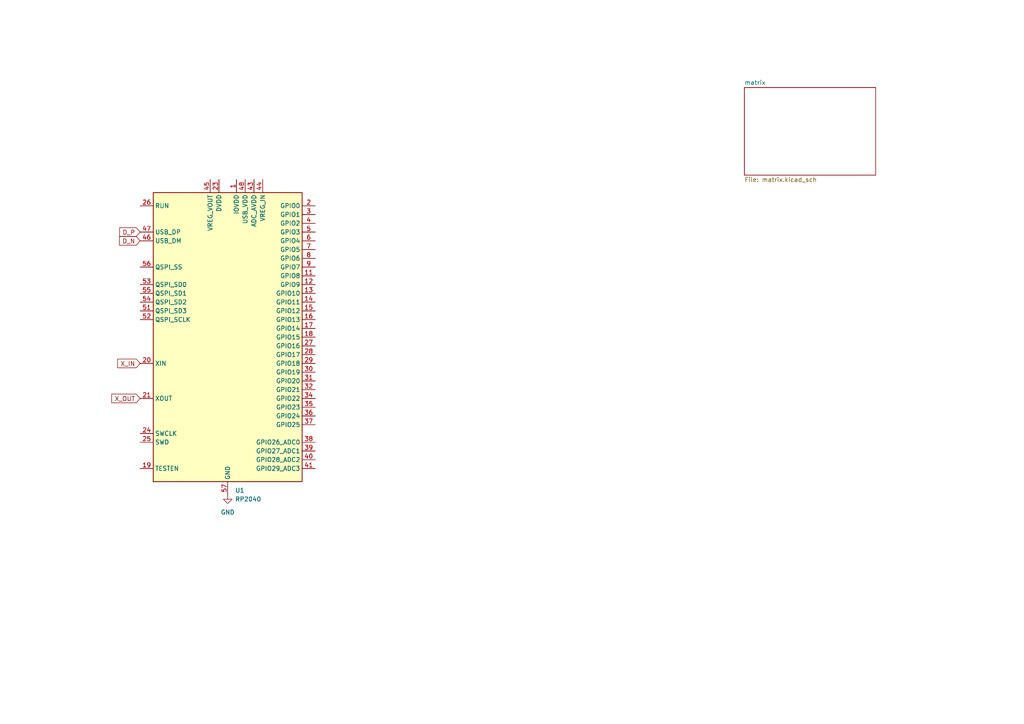
<source format=kicad_sch>
(kicad_sch (version 20250114) (generator "eeschema") (generator_version "9.0")
  (paper "A4")
  (lib_symbols
    (symbol "MCU_RaspberryPi:RP2040"
      (property "Reference" "U" (at 17.78 45.72 0))
      (property "Value" "RP2040" (at 17.78 43.18 0))
      (symbol "RP2040_0_1"
        (rectangle (start -21.59 41.91) (end 21.59 -41.91) (stroke (width 0.254)) (fill (type background)))
      )
      (symbol "RP2040_1_1"
        (pin input line (at -25.4 38.1 0) (length 3.81) (name "RUN") (number "26"))
        (pin bidirectional line (at -25.4 30.48 0) (length 3.81) (name "USB_DP") (number "47"))
        (pin bidirectional line (at -25.4 27.94 0) (length 3.81) (name "USB_DM") (number "46"))
        (pin bidirectional line (at -25.4 20.32 0) (length 3.81) (name "QSPI_SS") (number "56"))
        (pin bidirectional line (at -25.4 15.24 0) (length 3.81) (name "QSPI_SD0") (number "53"))
        (pin bidirectional line (at -25.4 12.7 0) (length 3.81) (name "QSPI_SD1") (number "55"))
        (pin bidirectional line (at -25.4 10.16 0) (length 3.81) (name "QSPI_SD2") (number "54"))
        (pin bidirectional line (at -25.4 7.62 0) (length 3.81) (name "QSPI_SD3") (number "51"))
        (pin output line (at -25.4 5.08 0) (length 3.81) (name "QSPI_SCLK") (number "52"))
        (pin input line (at -25.4 -7.62 0) (length 3.81) (name "XIN") (number "20"))
        (pin passive line (at -25.4 -17.78 0) (length 3.81) (name "XOUT") (number "21"))
        (pin input line (at -25.4 -27.94 0) (length 3.81) (name "SWCLK") (number "24"))
        (pin bidirectional line (at -25.4 -30.48 0) (length 3.81) (name "SWD") (number "25"))
        (pin input line (at -25.4 -38.1 0) (length 3.81) (name "TESTEN") (number "19"))
        (pin power_out line (at -5.08 45.72 270) (length 3.81) (name "VREG_VOUT") (number "45"))
        (pin power_in line (at -2.54 45.72 270) (length 3.81) (name "DVDD") (number "23"))
        (pin passive line (at -2.54 45.72 270) (length 3.81) (hide yes) (name "DVDD") (number "50"))
        (pin power_in line (at 0 -45.72 90) (length 3.81) (name "GND") (number "57"))
        (pin power_in line (at 2.54 45.72 270) (length 3.81) (name "IOVDD") (number "1"))
        (pin passive line (at 2.54 45.72 270) (length 3.81) (hide yes) (name "IOVDD") (number "10"))
        (pin passive line (at 2.54 45.72 270) (length 3.81) (hide yes) (name "IOVDD") (number "22"))
        (pin passive line (at 2.54 45.72 270) (length 3.81) (hide yes) (name "IOVDD") (number "33"))
        (pin passive line (at 2.54 45.72 270) (length 3.81) (hide yes) (name "IOVDD") (number "42"))
        (pin passive line (at 2.54 45.72 270) (length 3.81) (hide yes) (name "IOVDD") (number "49"))
        (pin power_in line (at 5.08 45.72 270) (length 3.81) (name "USB_VDD") (number "48"))
        (pin power_in line (at 7.62 45.72 270) (length 3.81) (name "ADC_AVDD") (number "43"))
        (pin power_in line (at 10.16 45.72 270) (length 3.81) (name "VREG_IN") (number "44"))
        (pin bidirectional line (at 25.4 38.1 180) (length 3.81) (name "GPIO0") (number "2"))
        (pin bidirectional line (at 25.4 35.56 180) (length 3.81) (name "GPIO1") (number "3"))
        (pin bidirectional line (at 25.4 33.02 180) (length 3.81) (name "GPIO2") (number "4"))
        (pin bidirectional line (at 25.4 30.48 180) (length 3.81) (name "GPIO3") (number "5"))
        (pin bidirectional line (at 25.4 27.94 180) (length 3.81) (name "GPIO4") (number "6"))
        (pin bidirectional line (at 25.4 25.4 180) (length 3.81) (name "GPIO5") (number "7"))
        (pin bidirectional line (at 25.4 22.86 180) (length 3.81) (name "GPIO6") (number "8"))
        (pin bidirectional line (at 25.4 20.32 180) (length 3.81) (name "GPIO7") (number "9"))
        (pin bidirectional line (at 25.4 17.78 180) (length 3.81) (name "GPIO8") (number "11"))
        (pin bidirectional line (at 25.4 15.24 180) (length 3.81) (name "GPIO9") (number "12"))
        (pin bidirectional line (at 25.4 12.7 180) (length 3.81) (name "GPIO10") (number "13"))
        (pin bidirectional line (at 25.4 10.16 180) (length 3.81) (name "GPIO11") (number "14"))
        (pin bidirectional line (at 25.4 7.62 180) (length 3.81) (name "GPIO12") (number "15"))
        (pin bidirectional line (at 25.4 5.08 180) (length 3.81) (name "GPIO13") (number "16"))
        (pin bidirectional line (at 25.4 2.54 180) (length 3.81) (name "GPIO14") (number "17"))
        (pin bidirectional line (at 25.4 0 180) (length 3.81) (name "GPIO15") (number "18"))
        (pin bidirectional line (at 25.4 -2.54 180) (length 3.81) (name "GPIO16") (number "27"))
        (pin bidirectional line (at 25.4 -5.08 180) (length 3.81) (name "GPIO17") (number "28"))
        (pin bidirectional line (at 25.4 -7.62 180) (length 3.81) (name "GPIO18") (number "29"))
        (pin bidirectional line (at 25.4 -10.16 180) (length 3.81) (name "GPIO19") (number "30"))
        (pin bidirectional line (at 25.4 -12.7 180) (length 3.81) (name "GPIO20") (number "31"))
        (pin bidirectional line (at 25.4 -15.24 180) (length 3.81) (name "GPIO21") (number "32"))
        (pin bidirectional line (at 25.4 -17.78 180) (length 3.81) (name "GPIO22") (number "34"))
        (pin bidirectional line (at 25.4 -20.32 180) (length 3.81) (name "GPIO23") (number "35"))
        (pin bidirectional line (at 25.4 -22.86 180) (length 3.81) (name "GPIO24") (number "36"))
        (pin bidirectional line (at 25.4 -25.4 180) (length 3.81) (name "GPIO25") (number "37"))
        (pin bidirectional line (at 25.4 -30.48 180) (length 3.81) (name "GPIO26_ADC0") (number "38"))
        (pin bidirectional line (at 25.4 -33.02 180) (length 3.81) (name "GPIO27_ADC1") (number "39"))
        (pin bidirectional line (at 25.4 -35.56 180) (length 3.81) (name "GPIO28_ADC2") (number "40"))
        (pin bidirectional line (at 25.4 -38.1 180) (length 3.81) (name "GPIO29_ADC3") (number "41"))
      )
    )
    (symbol "power:GND" (power) (pin_numbers (hide yes)) (pin_names (offset 0) (hide yes))
      (property "Value" "GND" (at 0 -3.81 0))
      (symbol "GND_0_1"
        (polyline (pts (xy 0 0) (xy 0 -1.27) (xy 1.27 -1.27) (xy 0 -2.54) (xy -1.27 -1.27) (xy 0 -1.27)))
      )
      (symbol "GND_1_1"
        (pin power_in line (at 0 0 270) (length 0) (name "~") (number "1"))
      )
    )
  )
  (global_label "D_P" (shape input) (at 40.64 67.31 180) (property "Intersheetrefs" "${INTERSHEET_REFS}" (effects (hide yes))))
  (global_label "D_N" (shape input) (at 40.64 69.85 180) (property "Intersheetrefs" "${INTERSHEET_REFS}" (effects (hide yes))))
  (global_label "X_OUT" (shape input) (at 40.64 115.57 180) (property "Intersheetrefs" "${INTERSHEET_REFS}" (effects (hide yes))))
  (global_label "X_IN" (shape input) (at 40.64 105.41 180) (property "Intersheetrefs" "${INTERSHEET_REFS}" (effects (hide yes))))
  (symbol (lib_id "MCU_RaspberryPi:RP2040") (at 66.04 97.79 0) (unit 1)
    (property "Reference" "U1" (at 68.1833 142.24 0) (effects (justify left)))
    (property "Value" "RP2040" (at 68.1833 144.78 0) (effects (justify left)))
    (property "Footprint" "Package_DFN_QFN:QFN-56-1EP_7x7mm_P0.4mm_EP3.2x3.2mm" (effects (hide yes)))
    (property "Datasheet" "https://datasheets.raspberrypi.com/rp2040/rp2040-datasheet.pdf" (effects (hide yes)))
    (property "Description" "A microcontroller by Raspberry Pi" (effects (hide yes)))
  )
  (symbol (lib_id "power:GND") (at 66.04 143.51 0) (unit 1)
    (property "Reference" "#PWR01" (effects (hide yes)))
    (property "Value" "GND" (at 66.04 148.59 0))
    (property "Description" "Power symbol creates a global label with name \"GND\" , ground" (effects (hide yes)))
  )
  (sheet (at 215.9 25.4) (size 38.1 25.4) (stroke (width 0.1524))
    (property "Sheetname" "matrix" (at 215.9 24.6884 0) (effects (justify left bottom)))
    (property "Sheetfile" "matrix.kicad_sch" (at 215.9 51.3846 0) (effects (justify left top)))
  )
)
</source>
